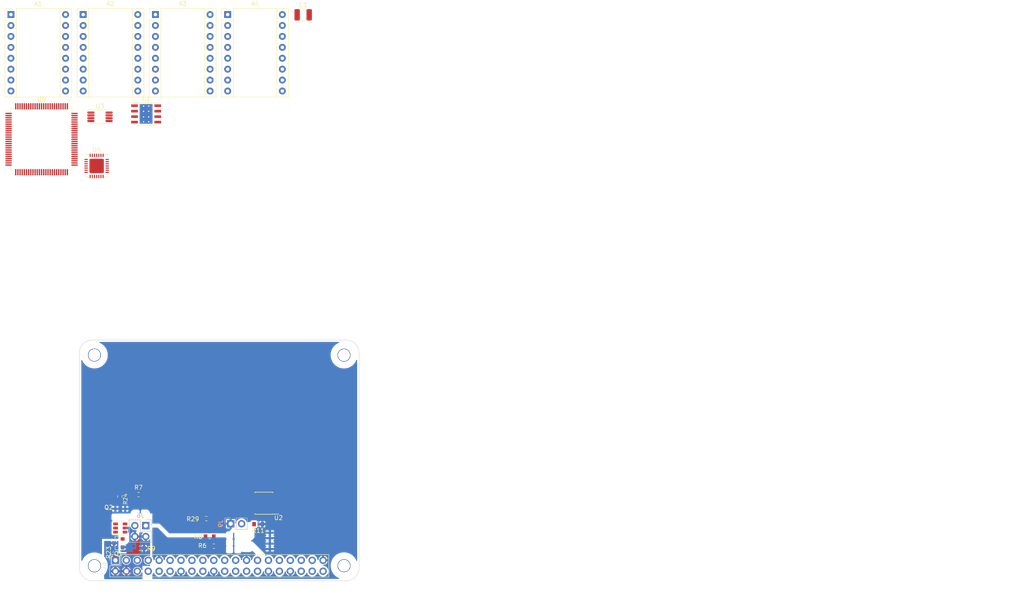
<source format=kicad_pcb>
(kicad_pcb (version 20171130) (host pcbnew "(5.1.5-0-10_14)")
  (layers (0 F.Cu signal) (1 In1.Cu signal) (2 In2.Cu signal) (31 B.Cu signal) (34 B.Paste user) (35 F.Paste user) (36 B.SilkS user hide) (37 F.SilkS user) (38 B.Mask user) (39 F.Mask user) (44 Edge.Cuts user))
  (net 0 "")
  (net 1 GND)
  (net 2 /ID_SD_EEPROM)
  (net 3 /ID_SC_EEPROM)
  (net 4 "Net-(Q1-Pad1)")
  (net 5 "Net-(Q2-Pad1)")
  (net 6 /P3V3_HAT)
  (net 7 /P5V_HAT)
  (net 8 /P3V3)
  (net 9 /P5V)
  (net 10 "Net-(J9-Pad2)")
  (net 11 "Net-(A1-Pad16)")
  (net 12 "Net-(A1-Pad8)")
  (net 13 "Net-(A1-Pad15)")
  (net 14 "Net-(A1-Pad7)")
  (net 15 "Net-(A1-Pad14)")
  (net 16 "Net-(A1-Pad6)")
  (net 17 "Net-(A1-Pad13)")
  (net 18 "Net-(A1-Pad5)")
  (net 19 "Net-(A1-Pad12)")
  (net 20 "Net-(A1-Pad4)")
  (net 21 "Net-(A1-Pad11)")
  (net 22 "Net-(A1-Pad3)")
  (net 23 "Net-(A1-Pad10)")
  (net 24 "Net-(A1-Pad2)")
  (net 25 "Net-(A1-Pad9)")
  (net 26 "Net-(A1-Pad1)")
  (net 27 "Net-(A2-Pad16)")
  (net 28 "Net-(A2-Pad8)")
  (net 29 "Net-(A2-Pad15)")
  (net 30 "Net-(A2-Pad7)")
  (net 31 "Net-(A2-Pad14)")
  (net 32 "Net-(A2-Pad6)")
  (net 33 "Net-(A2-Pad13)")
  (net 34 "Net-(A2-Pad5)")
  (net 35 "Net-(A2-Pad12)")
  (net 36 "Net-(A2-Pad4)")
  (net 37 "Net-(A2-Pad11)")
  (net 38 "Net-(A2-Pad3)")
  (net 39 "Net-(A2-Pad10)")
  (net 40 "Net-(A2-Pad2)")
  (net 41 "Net-(A2-Pad9)")
  (net 42 "Net-(A2-Pad1)")
  (net 43 "Net-(A3-Pad16)")
  (net 44 "Net-(A3-Pad8)")
  (net 45 "Net-(A3-Pad15)")
  (net 46 "Net-(A3-Pad7)")
  (net 47 "Net-(A3-Pad14)")
  (net 48 "Net-(A3-Pad6)")
  (net 49 "Net-(A3-Pad13)")
  (net 50 "Net-(A3-Pad5)")
  (net 51 "Net-(A3-Pad12)")
  (net 52 "Net-(A3-Pad4)")
  (net 53 "Net-(A3-Pad11)")
  (net 54 "Net-(A3-Pad3)")
  (net 55 "Net-(A3-Pad10)")
  (net 56 "Net-(A3-Pad2)")
  (net 57 "Net-(A3-Pad9)")
  (net 58 "Net-(A3-Pad1)")
  (net 59 "Net-(A4-Pad16)")
  (net 60 "Net-(A4-Pad8)")
  (net 61 "Net-(A4-Pad15)")
  (net 62 "Net-(A4-Pad7)")
  (net 63 "Net-(A4-Pad14)")
  (net 64 "Net-(A4-Pad6)")
  (net 65 "Net-(A4-Pad13)")
  (net 66 "Net-(A4-Pad5)")
  (net 67 "Net-(A4-Pad12)")
  (net 68 "Net-(A4-Pad4)")
  (net 69 "Net-(A4-Pad11)")
  (net 70 "Net-(A4-Pad3)")
  (net 71 "Net-(A4-Pad10)")
  (net 72 "Net-(A4-Pad2)")
  (net 73 "Net-(A4-Pad9)")
  (net 74 "Net-(A4-Pad1)")
  (net 75 +5V)
  (net 76 "Net-(J3-Pad3)")
  (net 77 "Net-(J3-Pad5)")
  (net 78 Input_SW1)
  (net 79 Console_TX)
  (net 80 Console_RX)
  (net 81 "Net-(J3-Pad11)")
  (net 82 LED_white)
  (net 83 "Net-(J3-Pad13)")
  (net 84 "Net-(J3-Pad15)")
  (net 85 LED_red)
  (net 86 "Net-(J3-Pad17)")
  (net 87 LED_green)
  (net 88 "Net-(J3-Pad19)")
  (net 89 Input_SW3)
  (net 90 LED_blue)
  (net 91 "Net-(J3-Pad23)")
  (net 92 "Net-(J3-Pad24)")
  (net 93 "Net-(J3-Pad26)")
  (net 94 Input_SW2)
  (net 95 UC_Reset)
  (net 96 Data_to_UC)
  (net 97 Data_from_UC)
  (net 98 "Net-(J3-Pad35)")
  (net 99 "Net-(J3-Pad36)")
  (net 100 "Net-(J3-Pad37)")
  (net 101 "Net-(J3-Pad38)")
  (net 102 "Net-(J3-Pad40)")
  (net 103 "Net-(U1-Pad9)")
  (net 104 "Net-(U1-Pad8)")
  (net 105 "Net-(U1-Pad7)")
  (net 106 "Net-(U1-Pad6)")
  (net 107 "Net-(U1-Pad5)")
  (net 108 "Net-(U1-Pad4)")
  (net 109 "Net-(U1-Pad3)")
  (net 110 "Net-(U1-Pad2)")
  (net 111 "Net-(U1-Pad1)")
  (net 112 "Net-(U3-Pad8)")
  (net 113 "Net-(U3-Pad4)")
  (net 114 "Net-(U3-Pad7)")
  (net 115 "Net-(U3-Pad3)")
  (net 116 "Net-(U3-Pad6)")
  (net 117 "Net-(U3-Pad2)")
  (net 118 "Net-(U3-Pad5)")
  (net 119 "Net-(U3-Pad1)")
  (net 120 "Net-(U4-Pad28)")
  (net 121 "Net-(U4-Pad27)")
  (net 122 "Net-(U4-Pad26)")
  (net 123 "Net-(U4-Pad25)")
  (net 124 "Net-(U4-Pad24)")
  (net 125 "Net-(U4-Pad23)")
  (net 126 "Net-(U4-Pad22)")
  (net 127 "Net-(U4-Pad21)")
  (net 128 "Net-(U4-Pad20)")
  (net 129 "Net-(U4-Pad19)")
  (net 130 "Net-(U4-Pad18)")
  (net 131 "Net-(U4-Pad17)")
  (net 132 "Net-(U4-Pad16)")
  (net 133 "Net-(U4-Pad15)")
  (net 134 "Net-(U4-Pad14)")
  (net 135 "Net-(U4-Pad13)")
  (net 136 "Net-(U4-Pad12)")
  (net 137 "Net-(U4-Pad11)")
  (net 138 "Net-(U4-Pad10)")
  (net 139 "Net-(U4-Pad9)")
  (net 140 "Net-(U4-Pad8)")
  (net 141 "Net-(U4-Pad7)")
  (net 142 "Net-(U4-Pad6)")
  (net 143 "Net-(U4-Pad5)")
  (net 144 "Net-(U4-Pad4)")
  (net 145 "Net-(U4-Pad29)")
  (net 146 "Net-(U4-Pad2)")
  (net 147 "Net-(U4-Pad1)")
  (net 148 "Net-(U5-Pad100)")
  (net 149 "Net-(U5-Pad11)")
  (net 150 "Net-(U5-Pad98)")
  (net 151 "Net-(U5-Pad97)")
  (net 152 "Net-(U5-Pad96)")
  (net 153 "Net-(U5-Pad95)")
  (net 154 "Net-(U5-Pad94)")
  (net 155 "Net-(U5-Pad93)")
  (net 156 "Net-(U5-Pad92)")
  (net 157 "Net-(U5-Pad91)")
  (net 158 "Net-(U5-Pad90)")
  (net 159 "Net-(U5-Pad89)")
  (net 160 "Net-(U5-Pad88)")
  (net 161 "Net-(U5-Pad87)")
  (net 162 "Net-(U5-Pad86)")
  (net 163 "Net-(U5-Pad85)")
  (net 164 "Net-(U5-Pad84)")
  (net 165 "Net-(U5-Pad83)")
  (net 166 "Net-(U5-Pad82)")
  (net 167 "Net-(U5-Pad10)")
  (net 168 "Net-(U5-Pad79)")
  (net 169 "Net-(U5-Pad78)")
  (net 170 "Net-(U5-Pad77)")
  (net 171 "Net-(U5-Pad76)")
  (net 172 "Net-(U5-Pad75)")
  (net 173 "Net-(U5-Pad74)")
  (net 174 "Net-(U5-Pad73)")
  (net 175 "Net-(U5-Pad72)")
  (net 176 "Net-(U5-Pad71)")
  (net 177 "Net-(U5-Pad70)")
  (net 178 "Net-(U5-Pad69)")
  (net 179 "Net-(U5-Pad68)")
  (net 180 "Net-(U5-Pad67)")
  (net 181 "Net-(U5-Pad66)")
  (net 182 "Net-(U5-Pad65)")
  (net 183 "Net-(U5-Pad64)")
  (net 184 "Net-(U5-Pad63)")
  (net 185 "Net-(U5-Pad60)")
  (net 186 "Net-(U5-Pad59)")
  (net 187 "Net-(U5-Pad58)")
  (net 188 "Net-(U5-Pad57)")
  (net 189 "Net-(U5-Pad56)")
  (net 190 "Net-(U5-Pad55)")
  (net 191 "Net-(U5-Pad54)")
  (net 192 "Net-(U5-Pad53)")
  (net 193 "Net-(U5-Pad52)")
  (net 194 "Net-(U5-Pad51)")
  (net 195 "Net-(U5-Pad50)")
  (net 196 "Net-(U5-Pad49)")
  (net 197 "Net-(U5-Pad48)")
  (net 198 "Net-(U5-Pad47)")
  (net 199 "Net-(U5-Pad46)")
  (net 200 "Net-(U5-Pad45)")
  (net 201 "Net-(U5-Pad44)")
  (net 202 "Net-(U5-Pad43)")
  (net 203 "Net-(U5-Pad42)")
  (net 204 "Net-(U5-Pad41)")
  (net 205 "Net-(U5-Pad40)")
  (net 206 "Net-(U5-Pad39)")
  (net 207 "Net-(U5-Pad38)")
  (net 208 "Net-(U5-Pad37)")
  (net 209 "Net-(U5-Pad36)")
  (net 210 "Net-(U5-Pad35)")
  (net 211 "Net-(U5-Pad34)")
  (net 212 "Net-(U5-Pad33)")
  (net 213 "Net-(U5-Pad30)")
  (net 214 "Net-(U5-Pad29)")
  (net 215 "Net-(U5-Pad28)")
  (net 216 "Net-(U5-Pad27)")
  (net 217 "Net-(U5-Pad26)")
  (net 218 "Net-(U5-Pad25)")
  (net 219 "Net-(U5-Pad24)")
  (net 220 "Net-(U5-Pad23)")
  (net 221 "Net-(U5-Pad22)")
  (net 222 "Net-(U5-Pad21)")
  (net 223 "Net-(U5-Pad20)")
  (net 224 "Net-(U5-Pad19)")
  (net 225 "Net-(U5-Pad18)")
  (net 226 "Net-(U5-Pad17)")
  (net 227 "Net-(U5-Pad16)")
  (net 228 "Net-(U5-Pad15)")
  (net 229 "Net-(U5-Pad14)")
  (net 230 "Net-(U5-Pad13)")
  (net 231 "Net-(U5-Pad12)")
  (net 232 "Net-(U5-Pad9)")
  (net 233 "Net-(U5-Pad8)")
  (net 234 "Net-(U5-Pad7)")
  (net 235 "Net-(U5-Pad6)")
  (net 236 "Net-(U5-Pad5)")
  (net 237 "Net-(U5-Pad4)")
  (net 238 "Net-(U5-Pad3)")
  (net 239 "Net-(U5-Pad2)")
  (net 240 "Net-(U5-Pad1)")
  (module Package_SO:MSOP-8_3x3mm_P0.65mm (layer F.Cu) (at 83.3331 42.4994)
    (fp_text reference U3 (at 0 -2.45) (layer F.SilkS))
    (fp_text value DS1339+)
    (pad 8 smd roundrect (at 2.1125 -0.975) (size 1.625 0.5) (layers F.Cu F.Paste F.Mask) (net 112 "Net-(U3-Pad8)"))
    (pad 7 smd roundrect (at 2.1125 -0.325) (size 1.625 0.5) (layers F.Cu F.Paste F.Mask) (net 114 "Net-(U3-Pad7)"))
    (pad 6 smd roundrect (at 2.1125 0.325) (size 1.625 0.5) (layers F.Cu F.Paste F.Mask) (net 116 "Net-(U3-Pad6)"))
    (pad 5 smd roundrect (at 2.1125 0.975) (size 1.625 0.5) (layers F.Cu F.Paste F.Mask) (net 118 "Net-(U3-Pad5)"))
    (pad 4 smd roundrect (at -2.1125 0.975) (size 1.625 0.5) (layers F.Cu F.Paste F.Mask) (net 113 "Net-(U3-Pad4)"))
    (pad 3 smd roundrect (at -2.1125 0.325) (size 1.625 0.5) (layers F.Cu F.Paste F.Mask) (net 115 "Net-(U3-Pad3)"))
    (pad 2 smd roundrect (at -2.1125 -0.325) (size 1.625 0.5) (layers F.Cu F.Paste F.Mask) (net 117 "Net-(U3-Pad2)"))
    (pad 1 smd roundrect (at -2.1125 -0.975) (size 1.625 0.5) (layers F.Cu F.Paste F.Mask) (net 119 "Net-(U3-Pad1)"))
  )
  (module Package_QFP:TQFP-100_14x14mm_P0.5mm (layer F.Cu) (at 69.7564 47.7198)
    (fp_text reference U5 (at 0 -9.35) (layer F.SilkS))
    (fp_text value ATmega2560-16AU)
    (pad 100 smd roundrect (at -6 -7.6625) (size 0.3 1.475) (layers F.Cu F.Paste F.Mask) (net 148 "Net-(U5-Pad100)"))
    (pad 99 smd roundrect (at -5.5 -7.6625) (size 0.3 1.475) (layers F.Cu F.Paste F.Mask) (net 149 "Net-(U5-Pad11)"))
    (pad 98 smd roundrect (at -5 -7.6625) (size 0.3 1.475) (layers F.Cu F.Paste F.Mask) (net 150 "Net-(U5-Pad98)"))
    (pad 97 smd roundrect (at -4.5 -7.6625) (size 0.3 1.475) (layers F.Cu F.Paste F.Mask) (net 151 "Net-(U5-Pad97)"))
    (pad 96 smd roundrect (at -4 -7.6625) (size 0.3 1.475) (layers F.Cu F.Paste F.Mask) (net 152 "Net-(U5-Pad96)"))
    (pad 95 smd roundrect (at -3.5 -7.6625) (size 0.3 1.475) (layers F.Cu F.Paste F.Mask) (net 153 "Net-(U5-Pad95)"))
    (pad 94 smd roundrect (at -3 -7.6625) (size 0.3 1.475) (layers F.Cu F.Paste F.Mask) (net 154 "Net-(U5-Pad94)"))
    (pad 93 smd roundrect (at -2.5 -7.6625) (size 0.3 1.475) (layers F.Cu F.Paste F.Mask) (net 155 "Net-(U5-Pad93)"))
    (pad 92 smd roundrect (at -2 -7.6625) (size 0.3 1.475) (layers F.Cu F.Paste F.Mask) (net 156 "Net-(U5-Pad92)"))
    (pad 91 smd roundrect (at -1.5 -7.6625) (size 0.3 1.475) (layers F.Cu F.Paste F.Mask) (net 157 "Net-(U5-Pad91)"))
    (pad 90 smd roundrect (at -1 -7.6625) (size 0.3 1.475) (layers F.Cu F.Paste F.Mask) (net 158 "Net-(U5-Pad90)"))
    (pad 89 smd roundrect (at -0.5 -7.6625) (size 0.3 1.475) (layers F.Cu F.Paste F.Mask) (net 159 "Net-(U5-Pad89)"))
    (pad 88 smd roundrect (at 0 -7.6625) (size 0.3 1.475) (layers F.Cu F.Paste F.Mask) (net 160 "Net-(U5-Pad88)"))
    (pad 87 smd roundrect (at 0.5 -7.6625) (size 0.3 1.475) (layers F.Cu F.Paste F.Mask) (net 161 "Net-(U5-Pad87)"))
    (pad 86 smd roundrect (at 1 -7.6625) (size 0.3 1.475) (layers F.Cu F.Paste F.Mask) (net 162 "Net-(U5-Pad86)"))
    (pad 85 smd roundrect (at 1.5 -7.6625) (size 0.3 1.475) (layers F.Cu F.Paste F.Mask) (net 163 "Net-(U5-Pad85)"))
    (pad 84 smd roundrect (at 2 -7.6625) (size 0.3 1.475) (layers F.Cu F.Paste F.Mask) (net 164 "Net-(U5-Pad84)"))
    (pad 83 smd roundrect (at 2.5 -7.6625) (size 0.3 1.475) (layers F.Cu F.Paste F.Mask) (net 165 "Net-(U5-Pad83)"))
    (pad 82 smd roundrect (at 3 -7.6625) (size 0.3 1.475) (layers F.Cu F.Paste F.Mask) (net 166 "Net-(U5-Pad82)"))
    (pad 81 smd roundrect (at 3.5 -7.6625) (size 0.3 1.475) (layers F.Cu F.Paste F.Mask) (net 149 "Net-(U5-Pad11)"))
    (pad 80 smd roundrect (at 4 -7.6625) (size 0.3 1.475) (layers F.Cu F.Paste F.Mask) (net 167 "Net-(U5-Pad10)"))
    (pad 79 smd roundrect (at 4.5 -7.6625) (size 0.3 1.475) (layers F.Cu F.Paste F.Mask) (net 168 "Net-(U5-Pad79)"))
    (pad 78 smd roundrect (at 5 -7.6625) (size 0.3 1.475) (layers F.Cu F.Paste F.Mask) (net 169 "Net-(U5-Pad78)"))
    (pad 77 smd roundrect (at 5.5 -7.6625) (size 0.3 1.475) (layers F.Cu F.Paste F.Mask) (net 170 "Net-(U5-Pad77)"))
    (pad 76 smd roundrect (at 6 -7.6625) (size 0.3 1.475) (layers F.Cu F.Paste F.Mask) (net 171 "Net-(U5-Pad76)"))
    (pad 75 smd roundrect (at 7.6625 -6) (size 1.475 0.3) (layers F.Cu F.Paste F.Mask) (net 172 "Net-(U5-Pad75)"))
    (pad 74 smd roundrect (at 7.6625 -5.5) (size 1.475 0.3) (layers F.Cu F.Paste F.Mask) (net 173 "Net-(U5-Pad74)"))
    (pad 73 smd roundrect (at 7.6625 -5) (size 1.475 0.3) (layers F.Cu F.Paste F.Mask) (net 174 "Net-(U5-Pad73)"))
    (pad 72 smd roundrect (at 7.6625 -4.5) (size 1.475 0.3) (layers F.Cu F.Paste F.Mask) (net 175 "Net-(U5-Pad72)"))
    (pad 71 smd roundrect (at 7.6625 -4) (size 1.475 0.3) (layers F.Cu F.Paste F.Mask) (net 176 "Net-(U5-Pad71)"))
    (pad 70 smd roundrect (at 7.6625 -3.5) (size 1.475 0.3) (layers F.Cu F.Paste F.Mask) (net 177 "Net-(U5-Pad70)"))
    (pad 69 smd roundrect (at 7.6625 -3) (size 1.475 0.3) (layers F.Cu F.Paste F.Mask) (net 178 "Net-(U5-Pad69)"))
    (pad 68 smd roundrect (at 7.6625 -2.5) (size 1.475 0.3) (layers F.Cu F.Paste F.Mask) (net 179 "Net-(U5-Pad68)"))
    (pad 67 smd roundrect (at 7.6625 -2) (size 1.475 0.3) (layers F.Cu F.Paste F.Mask) (net 180 "Net-(U5-Pad67)"))
    (pad 66 smd roundrect (at 7.6625 -1.5) (size 1.475 0.3) (layers F.Cu F.Paste F.Mask) (net 181 "Net-(U5-Pad66)"))
    (pad 65 smd roundrect (at 7.6625 -1) (size 1.475 0.3) (layers F.Cu F.Paste F.Mask) (net 182 "Net-(U5-Pad65)"))
    (pad 64 smd roundrect (at 7.6625 -0.5) (size 1.475 0.3) (layers F.Cu F.Paste F.Mask) (net 183 "Net-(U5-Pad64)"))
    (pad 63 smd roundrect (at 7.6625 0) (size 1.475 0.3) (layers F.Cu F.Paste F.Mask) (net 184 "Net-(U5-Pad63)"))
    (pad 62 smd roundrect (at 7.6625 0.5) (size 1.475 0.3) (layers F.Cu F.Paste F.Mask) (net 149 "Net-(U5-Pad11)"))
    (pad 61 smd roundrect (at 7.6625 1) (size 1.475 0.3) (layers F.Cu F.Paste F.Mask) (net 167 "Net-(U5-Pad10)"))
    (pad 60 smd roundrect (at 7.6625 1.5) (size 1.475 0.3) (layers F.Cu F.Paste F.Mask) (net 185 "Net-(U5-Pad60)"))
    (pad 59 smd roundrect (at 7.6625 2) (size 1.475 0.3) (layers F.Cu F.Paste F.Mask) (net 186 "Net-(U5-Pad59)"))
    (pad 58 smd roundrect (at 7.6625 2.5) (size 1.475 0.3) (layers F.Cu F.Paste F.Mask) (net 187 "Net-(U5-Pad58)"))
    (pad 57 smd roundrect (at 7.6625 3) (size 1.475 0.3) (layers F.Cu F.Paste F.Mask) (net 188 "Net-(U5-Pad57)"))
    (pad 56 smd roundrect (at 7.6625 3.5) (size 1.475 0.3) (layers F.Cu F.Paste F.Mask) (net 189 "Net-(U5-Pad56)"))
    (pad 55 smd roundrect (at 7.6625 4) (size 1.475 0.3) (layers F.Cu F.Paste F.Mask) (net 190 "Net-(U5-Pad55)"))
    (pad 54 smd roundrect (at 7.6625 4.5) (size 1.475 0.3) (layers F.Cu F.Paste F.Mask) (net 191 "Net-(U5-Pad54)"))
    (pad 53 smd roundrect (at 7.6625 5) (size 1.475 0.3) (layers F.Cu F.Paste F.Mask) (net 192 "Net-(U5-Pad53)"))
    (pad 52 smd roundrect (at 7.6625 5.5) (size 1.475 0.3) (layers F.Cu F.Paste F.Mask) (net 193 "Net-(U5-Pad52)"))
    (pad 51 smd roundrect (at 7.6625 6) (size 1.475 0.3) (layers F.Cu F.Paste F.Mask) (net 194 "Net-(U5-Pad51)"))
    (pad 50 smd roundrect (at 6 7.6625) (size 0.3 1.475) (layers F.Cu F.Paste F.Mask) (net 195 "Net-(U5-Pad50)"))
    (pad 49 smd roundrect (at 5.5 7.6625) (size 0.3 1.475) (layers F.Cu F.Paste F.Mask) (net 196 "Net-(U5-Pad49)"))
    (pad 48 smd roundrect (at 5 7.6625) (size 0.3 1.475) (layers F.Cu F.Paste F.Mask) (net 197 "Net-(U5-Pad48)"))
    (pad 47 smd roundrect (at 4.5 7.6625) (size 0.3 1.475) (layers F.Cu F.Paste F.Mask) (net 198 "Net-(U5-Pad47)"))
    (pad 46 smd roundrect (at 4 7.6625) (size 0.3 1.475) (layers F.Cu F.Paste F.Mask) (net 199 "Net-(U5-Pad46)"))
    (pad 45 smd roundrect (at 3.5 7.6625) (size 0.3 1.475) (layers F.Cu F.Paste F.Mask) (net 200 "Net-(U5-Pad45)"))
    (pad 44 smd roundrect (at 3 7.6625) (size 0.3 1.475) (layers F.Cu F.Paste F.Mask) (net 201 "Net-(U5-Pad44)"))
    (pad 43 smd roundrect (at 2.5 7.6625) (size 0.3 1.475) (layers F.Cu F.Paste F.Mask) (net 202 "Net-(U5-Pad43)"))
    (pad 42 smd roundrect (at 2 7.6625) (size 0.3 1.475) (layers F.Cu F.Paste F.Mask) (net 203 "Net-(U5-Pad42)"))
    (pad 41 smd roundrect (at 1.5 7.6625) (size 0.3 1.475) (layers F.Cu F.Paste F.Mask) (net 204 "Net-(U5-Pad41)"))
    (pad 40 smd roundrect (at 1 7.6625) (size 0.3 1.475) (layers F.Cu F.Paste F.Mask) (net 205 "Net-(U5-Pad40)"))
    (pad 39 smd roundrect (at 0.5 7.6625) (size 0.3 1.475) (layers F.Cu F.Paste F.Mask) (net 206 "Net-(U5-Pad39)"))
    (pad 38 smd roundrect (at 0 7.6625) (size 0.3 1.475) (layers F.Cu F.Paste F.Mask) (net 207 "Net-(U5-Pad38)"))
    (pad 37 smd roundrect (at -0.5 7.6625) (size 0.3 1.475) (layers F.Cu F.Paste F.Mask) (net 208 "Net-(U5-Pad37)"))
    (pad 36 smd roundrect (at -1 7.6625) (size 0.3 1.475) (layers F.Cu F.Paste F.Mask) (net 209 "Net-(U5-Pad36)"))
    (pad 35 smd roundrect (at -1.5 7.6625) (size 0.3 1.475) (layers F.Cu F.Paste F.Mask) (net 210 "Net-(U5-Pad35)"))
    (pad 34 smd roundrect (at -2 7.6625) (size 0.3 1.475) (layers F.Cu F.Paste F.Mask) (net 211 "Net-(U5-Pad34)"))
    (pad 33 smd roundrect (at -2.5 7.6625) (size 0.3 1.475) (layers F.Cu F.Paste F.Mask) (net 212 "Net-(U5-Pad33)"))
    (pad 32 smd roundrect (at -3 7.6625) (size 0.3 1.475) (layers F.Cu F.Paste F.Mask) (net 149 "Net-(U5-Pad11)"))
    (pad 31 smd roundrect (at -3.5 7.6625) (size 0.3 1.475) (layers F.Cu F.Paste F.Mask) (net 167 "Net-(U5-Pad10)"))
    (pad 30 smd roundrect (at -4 7.6625) (size 0.3 1.475) (layers F.Cu F.Paste F.Mask) (net 213 "Net-(U5-Pad30)"))
    (pad 29 smd roundrect (at -4.5 7.6625) (size 0.3 1.475) (layers F.Cu F.Paste F.Mask) (net 214 "Net-(U5-Pad29)"))
    (pad 28 smd roundrect (at -5 7.6625) (size 0.3 1.475) (layers F.Cu F.Paste F.Mask) (net 215 "Net-(U5-Pad28)"))
    (pad 27 smd roundrect (at -5.5 7.6625) (size 0.3 1.475) (layers F.Cu F.Paste F.Mask) (net 216 "Net-(U5-Pad27)"))
    (pad 26 smd roundrect (at -6 7.6625) (size 0.3 1.475) (layers F.Cu F.Paste F.Mask) (net 217 "Net-(U5-Pad26)"))
    (pad 25 smd roundrect (at -7.6625 6) (size 1.475 0.3) (layers F.Cu F.Paste F.Mask) (net 218 "Net-(U5-Pad25)"))
    (pad 24 smd roundrect (at -7.6625 5.5) (size 1.475 0.3) (layers F.Cu F.Paste F.Mask) (net 219 "Net-(U5-Pad24)"))
    (pad 23 smd roundrect (at -7.6625 5) (size 1.475 0.3) (layers F.Cu F.Paste F.Mask) (net 220 "Net-(U5-Pad23)"))
    (pad 22 smd roundrect (at -7.6625 4.5) (size 1.475 0.3) (layers F.Cu F.Paste F.Mask) (net 221 "Net-(U5-Pad22)"))
    (pad 21 smd roundrect (at -7.6625 4) (size 1.475 0.3) (layers F.Cu F.Paste F.Mask) (net 222 "Net-(U5-Pad21)"))
    (pad 20 smd roundrect (at -7.6625 3.5) (size 1.475 0.3) (layers F.Cu F.Paste F.Mask) (net 223 "Net-(U5-Pad20)"))
    (pad 19 smd roundrect (at -7.6625 3) (size 1.475 0.3) (layers F.Cu F.Paste F.Mask) (net 224 "Net-(U5-Pad19)"))
    (pad 18 smd roundrect (at -7.6625 2.5) (size 1.475 0.3) (layers F.Cu F.Paste F.Mask) (net 225 "Net-(U5-Pad18)"))
    (pad 17 smd roundrect (at -7.6625 2) (size 1.475 0.3) (layers F.Cu F.Paste F.Mask) (net 226 "Net-(U5-Pad17)"))
    (pad 16 smd roundrect (at -7.6625 1.5) (size 1.475 0.3) (layers F.Cu F.Paste F.Mask) (net 227 "Net-(U5-Pad16)"))
    (pad 15 smd roundrect (at -7.6625 1) (size 1.475 0.3) (layers F.Cu F.Paste F.Mask) (net 228 "Net-(U5-Pad15)"))
    (pad 14 smd roundrect (at -7.6625 0.5) (size 1.475 0.3) (layers F.Cu F.Paste F.Mask) (net 229 "Net-(U5-Pad14)"))
    (pad 13 smd roundrect (at -7.6625 0) (size 1.475 0.3) (layers F.Cu F.Paste F.Mask) (net 230 "Net-(U5-Pad13)"))
    (pad 12 smd roundrect (at -7.6625 -0.5) (size 1.475 0.3) (layers F.Cu F.Paste F.Mask) (net 231 "Net-(U5-Pad12)"))
    (pad 11 smd roundrect (at -7.6625 -1) (size 1.475 0.3) (layers F.Cu F.Paste F.Mask) (net 149 "Net-(U5-Pad11)"))
    (pad 10 smd roundrect (at -7.6625 -1.5) (size 1.475 0.3) (layers F.Cu F.Paste F.Mask) (net 167 "Net-(U5-Pad10)"))
    (pad 9 smd roundrect (at -7.6625 -2) (size 1.475 0.3) (layers F.Cu F.Paste F.Mask) (net 232 "Net-(U5-Pad9)"))
    (pad 8 smd roundrect (at -7.6625 -2.5) (size 1.475 0.3) (layers F.Cu F.Paste F.Mask) (net 233 "Net-(U5-Pad8)"))
    (pad 7 smd roundrect (at -7.6625 -3) (size 1.475 0.3) (layers F.Cu F.Paste F.Mask) (net 234 "Net-(U5-Pad7)"))
    (pad 6 smd roundrect (at -7.6625 -3.5) (size 1.475 0.3) (layers F.Cu F.Paste F.Mask) (net 235 "Net-(U5-Pad6)"))
    (pad 5 smd roundrect (at -7.6625 -4) (size 1.475 0.3) (layers F.Cu F.Paste F.Mask) (net 236 "Net-(U5-Pad5)"))
    (pad 4 smd roundrect (at -7.6625 -4.5) (size 1.475 0.3) (layers F.Cu F.Paste F.Mask) (net 237 "Net-(U5-Pad4)"))
    (pad 3 smd roundrect (at -7.6625 -5) (size 1.475 0.3) (layers F.Cu F.Paste F.Mask) (net 238 "Net-(U5-Pad3)"))
    (pad 2 smd roundrect (at -7.6625 -5.5) (size 1.475 0.3) (layers F.Cu F.Paste F.Mask) (net 239 "Net-(U5-Pad2)"))
    (pad 1 smd roundrect (at -7.6625 -6) (size 1.475 0.3) (layers F.Cu F.Paste F.Mask) (net 240 "Net-(U5-Pad1)"))
  )
  (module Package_DFN_QFN:QFN-28-1EP_5x5mm_P0.5mm_EP3.35x3.35mm (layer F.Cu) (at 82.5564 53.9198)
    (fp_text reference U4 (at 0 -3.8) (layer F.SilkS))
    (fp_text value CP2102N-A01-GQFN28)
    (pad 28 smd roundrect (at -1.5 -2.45) (size 0.25 0.8) (layers F.Cu F.Paste F.Mask) (net 120 "Net-(U4-Pad28)"))
    (pad 27 smd roundrect (at -1 -2.45) (size 0.25 0.8) (layers F.Cu F.Paste F.Mask) (net 121 "Net-(U4-Pad27)"))
    (pad 26 smd roundrect (at -0.5 -2.45) (size 0.25 0.8) (layers F.Cu F.Paste F.Mask) (net 122 "Net-(U4-Pad26)"))
    (pad 25 smd roundrect (at 0 -2.45) (size 0.25 0.8) (layers F.Cu F.Paste F.Mask) (net 123 "Net-(U4-Pad25)"))
    (pad 24 smd roundrect (at 0.5 -2.45) (size 0.25 0.8) (layers F.Cu F.Paste F.Mask) (net 124 "Net-(U4-Pad24)"))
    (pad 23 smd roundrect (at 1 -2.45) (size 0.25 0.8) (layers F.Cu F.Paste F.Mask) (net 125 "Net-(U4-Pad23)"))
    (pad 22 smd roundrect (at 1.5 -2.45) (size 0.25 0.8) (layers F.Cu F.Paste F.Mask) (net 126 "Net-(U4-Pad22)"))
    (pad 21 smd roundrect (at 2.45 -1.5) (size 0.8 0.25) (layers F.Cu F.Paste F.Mask) (net 127 "Net-(U4-Pad21)"))
    (pad 20 smd roundrect (at 2.45 -1) (size 0.8 0.25) (layers F.Cu F.Paste F.Mask) (net 128 "Net-(U4-Pad20)"))
    (pad 19 smd roundrect (at 2.45 -0.5) (size 0.8 0.25) (layers F.Cu F.Paste F.Mask) (net 129 "Net-(U4-Pad19)"))
    (pad 18 smd roundrect (at 2.45 0) (size 0.8 0.25) (layers F.Cu F.Paste F.Mask) (net 130 "Net-(U4-Pad18)"))
    (pad 17 smd roundrect (at 2.45 0.5) (size 0.8 0.25) (layers F.Cu F.Paste F.Mask) (net 131 "Net-(U4-Pad17)"))
    (pad 16 smd roundrect (at 2.45 1) (size 0.8 0.25) (layers F.Cu F.Paste F.Mask) (net 132 "Net-(U4-Pad16)"))
    (pad 15 smd roundrect (at 2.45 1.5) (size 0.8 0.25) (layers F.Cu F.Paste F.Mask) (net 133 "Net-(U4-Pad15)"))
    (pad 14 smd roundrect (at 1.5 2.45) (size 0.25 0.8) (layers F.Cu F.Paste F.Mask) (net 134 "Net-(U4-Pad14)"))
    (pad 13 smd roundrect (at 1 2.45) (size 0.25 0.8) (layers F.Cu F.Paste F.Mask) (net 135 "Net-(U4-Pad13)"))
    (pad 12 smd roundrect (at 0.5 2.45) (size 0.25 0.8) (layers F.Cu F.Paste F.Mask) (net 136 "Net-(U4-Pad12)"))
    (pad 11 smd roundrect (at 0 2.45) (size 0.25 0.8) (layers F.Cu F.Paste F.Mask) (net 137 "Net-(U4-Pad11)"))
    (pad 10 smd roundrect (at -0.5 2.45) (size 0.25 0.8) (layers F.Cu F.Paste F.Mask) (net 138 "Net-(U4-Pad10)"))
    (pad 9 smd roundrect (at -1 2.45) (size 0.25 0.8) (layers F.Cu F.Paste F.Mask) (net 139 "Net-(U4-Pad9)"))
    (pad 8 smd roundrect (at -1.5 2.45) (size 0.25 0.8) (layers F.Cu F.Paste F.Mask) (net 140 "Net-(U4-Pad8)"))
    (pad 7 smd roundrect (at -2.45 1.5) (size 0.8 0.25) (layers F.Cu F.Paste F.Mask) (net 141 "Net-(U4-Pad7)"))
    (pad 6 smd roundrect (at -2.45 1) (size 0.8 0.25) (layers F.Cu F.Paste F.Mask) (net 142 "Net-(U4-Pad6)"))
    (pad 5 smd roundrect (at -2.45 0.5) (size 0.8 0.25) (layers F.Cu F.Paste F.Mask) (net 143 "Net-(U4-Pad5)"))
    (pad 4 smd roundrect (at -2.45 0) (size 0.8 0.25) (layers F.Cu F.Paste F.Mask) (net 144 "Net-(U4-Pad4)"))
    (pad 3 smd roundrect (at -2.45 -0.5) (size 0.8 0.25) (layers F.Cu F.Paste F.Mask) (net 145 "Net-(U4-Pad29)"))
    (pad 2 smd roundrect (at -2.45 -1) (size 0.8 0.25) (layers F.Cu F.Paste F.Mask) (net 146 "Net-(U4-Pad2)"))
    (pad 1 smd roundrect (at -2.45 -1.5) (size 0.8 0.25) (layers F.Cu F.Paste F.Mask) (net 147 "Net-(U4-Pad1)"))
    (pad 29 smd roundrect (at 0 0) (size 3.35 3.35) (layers F.Cu F.Mask) (roundrect_rratio 0.074627) (net 145 "Net-(U4-Pad29)"))
  )
  (module Package_SO:TI_SO-PowerPAD-8_ThermalVias (layer F.Cu) (at 94.0564 41.8198)
    (fp_text reference U1 (at 0 -3.5) (layer F.SilkS))
    (fp_text value TPS54360DDA)
    (pad 9 thru_hole circle (at 0.6 1.8) (size 0.6 0.6) (drill 0.3) (layers *.Cu) (net 103 "Net-(U1-Pad9)"))
    (pad 9 thru_hole circle (at 0.6 0.7) (size 0.6 0.6) (drill 0.3) (layers *.Cu) (net 103 "Net-(U1-Pad9)"))
    (pad 9 thru_hole circle (at -0.6 0.7) (size 0.6 0.6) (drill 0.3) (layers *.Cu) (net 103 "Net-(U1-Pad9)"))
    (pad 9 thru_hole circle (at -0.6 1.8) (size 0.6 0.6) (drill 0.3) (layers *.Cu) (net 103 "Net-(U1-Pad9)"))
    (pad 9 thru_hole circle (at 0.6 -1.8) (size 0.6 0.6) (drill 0.3) (layers *.Cu) (net 103 "Net-(U1-Pad9)"))
    (pad 9 thru_hole circle (at 0.6 -0.6) (size 0.6 0.6) (drill 0.3) (layers *.Cu) (net 103 "Net-(U1-Pad9)"))
    (pad 9 thru_hole circle (at -0.6 -0.6) (size 0.6 0.6) (drill 0.3) (layers *.Cu) (net 103 "Net-(U1-Pad9)"))
    (pad 9 thru_hole circle (at -0.6 -1.8) (size 0.6 0.6) (drill 0.3) (layers *.Cu) (net 103 "Net-(U1-Pad9)"))
    (pad 9 smd rect (at 0 0) (size 2.95 4.5) (layers B.Cu) (net 103 "Net-(U1-Pad9)"))
    (pad 8 smd rect (at 2.7 -1.905) (size 1.55 0.6) (layers F.Cu F.Paste F.Mask) (net 104 "Net-(U1-Pad8)"))
    (pad 7 smd rect (at 2.7 -0.635) (size 1.55 0.6) (layers F.Cu F.Paste F.Mask) (net 105 "Net-(U1-Pad7)"))
    (pad 6 smd rect (at 2.7 0.635) (size 1.55 0.6) (layers F.Cu F.Paste F.Mask) (net 106 "Net-(U1-Pad6)"))
    (pad 5 smd rect (at 2.7 1.905) (size 1.55 0.6) (layers F.Cu F.Paste F.Mask) (net 107 "Net-(U1-Pad5)"))
    (pad 4 smd rect (at -2.7 1.905) (size 1.55 0.6) (layers F.Cu F.Paste F.Mask) (net 108 "Net-(U1-Pad4)"))
    (pad 3 smd rect (at -2.7 0.635) (size 1.55 0.6) (layers F.Cu F.Paste F.Mask) (net 109 "Net-(U1-Pad3)"))
    (pad 2 smd rect (at -2.7 -0.635) (size 1.55 0.6) (layers F.Cu F.Paste F.Mask) (net 110 "Net-(U1-Pad2)"))
    (pad 1 smd rect (at -2.7 -1.905) (size 1.55 0.6) (layers F.Cu F.Paste F.Mask) (net 111 "Net-(U1-Pad1)"))
    (pad 9 smd rect (at 0 0) (size 2.95 4.5) (layers F.Cu) (net 103 "Net-(U1-Pad9)"))
    (pad 9 smd rect (at 0 0) (size 2.6 3.1) (layers F.Cu F.Paste F.Mask) (net 103 "Net-(U1-Pad9)"))
  )
  (module Capacitor_SMD:C_1210_3225Metric (layer F.Cu) (at 130.5464 18.7798)
    (fp_text reference C1 (at 0 -2.28) (layer F.SilkS))
    (fp_text value C)
    (pad 2 smd roundrect (at 1.4 0) (size 1.25 2.65) (layers F.Cu F.Paste F.Mask) (roundrect_rratio 0.2) (net 1 GND))
    (pad 1 smd roundrect (at -1.4 0) (size 1.25 2.65) (layers F.Cu F.Paste F.Mask) (roundrect_rratio 0.2) (net 75 +5V))
  )
  (module Module:Pololu_Breakout-16_15.2x20.3mm (layer F.Cu) (at 113.0064 18.7198)
    (fp_text reference A4 (at 6.35 -2.54) (layer F.SilkS))
    (fp_text value Pololu_Breakout_A4988)
    (pad 16 thru_hole oval (at 12.7 0) (size 1.6 1.6) (drill 0.8) (layers *.Cu *.Mask) (net 59 "Net-(A4-Pad16)"))
    (pad 8 thru_hole oval (at 0 17.78) (size 1.6 1.6) (drill 0.8) (layers *.Cu *.Mask) (net 60 "Net-(A4-Pad8)"))
    (pad 15 thru_hole oval (at 12.7 2.54) (size 1.6 1.6) (drill 0.8) (layers *.Cu *.Mask) (net 61 "Net-(A4-Pad15)"))
    (pad 7 thru_hole oval (at 0 15.24) (size 1.6 1.6) (drill 0.8) (layers *.Cu *.Mask) (net 62 "Net-(A4-Pad7)"))
    (pad 14 thru_hole oval (at 12.7 5.08) (size 1.6 1.6) (drill 0.8) (layers *.Cu *.Mask) (net 63 "Net-(A4-Pad14)"))
    (pad 6 thru_hole oval (at 0 12.7) (size 1.6 1.6) (drill 0.8) (layers *.Cu *.Mask) (net 64 "Net-(A4-Pad6)"))
    (pad 13 thru_hole oval (at 12.7 7.62) (size 1.6 1.6) (drill 0.8) (layers *.Cu *.Mask) (net 65 "Net-(A4-Pad13)"))
    (pad 5 thru_hole oval (at 0 10.16) (size 1.6 1.6) (drill 0.8) (layers *.Cu *.Mask) (net 66 "Net-(A4-Pad5)"))
    (pad 12 thru_hole oval (at 12.7 10.16) (size 1.6 1.6) (drill 0.8) (layers *.Cu *.Mask) (net 67 "Net-(A4-Pad12)"))
    (pad 4 thru_hole oval (at 0 7.62) (size 1.6 1.6) (drill 0.8) (layers *.Cu *.Mask) (net 68 "Net-(A4-Pad4)"))
    (pad 11 thru_hole oval (at 12.7 12.7) (size 1.6 1.6) (drill 0.8) (layers *.Cu *.Mask) (net 69 "Net-(A4-Pad11)"))
    (pad 3 thru_hole oval (at 0 5.08) (size 1.6 1.6) (drill 0.8) (layers *.Cu *.Mask) (net 70 "Net-(A4-Pad3)"))
    (pad 10 thru_hole oval (at 12.7 15.24) (size 1.6 1.6) (drill 0.8) (layers *.Cu *.Mask) (net 71 "Net-(A4-Pad10)"))
    (pad 2 thru_hole oval (at 0 2.54) (size 1.6 1.6) (drill 0.8) (layers *.Cu *.Mask) (net 72 "Net-(A4-Pad2)"))
    (pad 9 thru_hole oval (at 12.7 17.78) (size 1.6 1.6) (drill 0.8) (layers *.Cu *.Mask) (net 73 "Net-(A4-Pad9)"))
    (pad 1 thru_hole rect (at 0 0) (size 1.6 1.6) (drill 0.8) (layers *.Cu *.Mask) (net 74 "Net-(A4-Pad1)"))
  )
  (module Module:Pololu_Breakout-16_15.2x20.3mm (layer F.Cu) (at 96.2164 18.7198)
    (fp_text reference A3 (at 6.35 -2.54) (layer F.SilkS))
    (fp_text value Pololu_Breakout_A4988)
    (pad 16 thru_hole oval (at 12.7 0) (size 1.6 1.6) (drill 0.8) (layers *.Cu *.Mask) (net 43 "Net-(A3-Pad16)"))
    (pad 8 thru_hole oval (at 0 17.78) (size 1.6 1.6) (drill 0.8) (layers *.Cu *.Mask) (net 44 "Net-(A3-Pad8)"))
    (pad 15 thru_hole oval (at 12.7 2.54) (size 1.6 1.6) (drill 0.8) (layers *.Cu *.Mask) (net 45 "Net-(A3-Pad15)"))
    (pad 7 thru_hole oval (at 0 15.24) (size 1.6 1.6) (drill 0.8) (layers *.Cu *.Mask) (net 46 "Net-(A3-Pad7)"))
    (pad 14 thru_hole oval (at 12.7 5.08) (size 1.6 1.6) (drill 0.8) (layers *.Cu *.Mask) (net 47 "Net-(A3-Pad14)"))
    (pad 6 thru_hole oval (at 0 12.7) (size 1.6 1.6) (drill 0.8) (layers *.Cu *.Mask) (net 48 "Net-(A3-Pad6)"))
    (pad 13 thru_hole oval (at 12.7 7.62) (size 1.6 1.6) (drill 0.8) (layers *.Cu *.Mask) (net 49 "Net-(A3-Pad13)"))
    (pad 5 thru_hole oval (at 0 10.16) (size 1.6 1.6) (drill 0.8) (layers *.Cu *.Mask) (net 50 "Net-(A3-Pad5)"))
    (pad 12 thru_hole oval (at 12.7 10.16) (size 1.6 1.6) (drill 0.8) (layers *.Cu *.Mask) (net 51 "Net-(A3-Pad12)"))
    (pad 4 thru_hole oval (at 0 7.62) (size 1.6 1.6) (drill 0.8) (layers *.Cu *.Mask) (net 52 "Net-(A3-Pad4)"))
    (pad 11 thru_hole oval (at 12.7 12.7) (size 1.6 1.6) (drill 0.8) (layers *.Cu *.Mask) (net 53 "Net-(A3-Pad11)"))
    (pad 3 thru_hole oval (at 0 5.08) (size 1.6 1.6) (drill 0.8) (layers *.Cu *.Mask) (net 54 "Net-(A3-Pad3)"))
    (pad 10 thru_hole oval (at 12.7 15.24) (size 1.6 1.6) (drill 0.8) (layers *.Cu *.Mask) (net 55 "Net-(A3-Pad10)"))
    (pad 2 thru_hole oval (at 0 2.54) (size 1.6 1.6) (drill 0.8) (layers *.Cu *.Mask) (net 56 "Net-(A3-Pad2)"))
    (pad 9 thru_hole oval (at 12.7 17.78) (size 1.6 1.6) (drill 0.8) (layers *.Cu *.Mask) (net 57 "Net-(A3-Pad9)"))
    (pad 1 thru_hole rect (at 0 0) (size 1.6 1.6) (drill 0.8) (layers *.Cu *.Mask) (net 58 "Net-(A3-Pad1)"))
  )
  (module Module:Pololu_Breakout-16_15.2x20.3mm (layer F.Cu) (at 79.4264 18.7198)
    (fp_text reference A2 (at 6.35 -2.54) (layer F.SilkS))
    (fp_text value Pololu_Breakout_A4988)
    (pad 16 thru_hole oval (at 12.7 0) (size 1.6 1.6) (drill 0.8) (layers *.Cu *.Mask) (net 27 "Net-(A2-Pad16)"))
    (pad 8 thru_hole oval (at 0 17.78) (size 1.6 1.6) (drill 0.8) (layers *.Cu *.Mask) (net 28 "Net-(A2-Pad8)"))
    (pad 15 thru_hole oval (at 12.7 2.54) (size 1.6 1.6) (drill 0.8) (layers *.Cu *.Mask) (net 29 "Net-(A2-Pad15)"))
    (pad 7 thru_hole oval (at 0 15.24) (size 1.6 1.6) (drill 0.8) (layers *.Cu *.Mask) (net 30 "Net-(A2-Pad7)"))
    (pad 14 thru_hole oval (at 12.7 5.08) (size 1.6 1.6) (drill 0.8) (layers *.Cu *.Mask) (net 31 "Net-(A2-Pad14)"))
    (pad 6 thru_hole oval (at 0 12.7) (size 1.6 1.6) (drill 0.8) (layers *.Cu *.Mask) (net 32 "Net-(A2-Pad6)"))
    (pad 13 thru_hole oval (at 12.7 7.62) (size 1.6 1.6) (drill 0.8) (layers *.Cu *.Mask) (net 33 "Net-(A2-Pad13)"))
    (pad 5 thru_hole oval (at 0 10.16) (size 1.6 1.6) (drill 0.8) (layers *.Cu *.Mask) (net 34 "Net-(A2-Pad5)"))
    (pad 12 thru_hole oval (at 12.7 10.16) (size 1.6 1.6) (drill 0.8) (layers *.Cu *.Mask) (net 35 "Net-(A2-Pad12)"))
    (pad 4 thru_hole oval (at 0 7.62) (size 1.6 1.6) (drill 0.8) (layers *.Cu *.Mask) (net 36 "Net-(A2-Pad4)"))
    (pad 11 thru_hole oval (at 12.7 12.7) (size 1.6 1.6) (drill 0.8) (layers *.Cu *.Mask) (net 37 "Net-(A2-Pad11)"))
    (pad 3 thru_hole oval (at 0 5.08) (size 1.6 1.6) (drill 0.8) (layers *.Cu *.Mask) (net 38 "Net-(A2-Pad3)"))
    (pad 10 thru_hole oval (at 12.7 15.24) (size 1.6 1.6) (drill 0.8) (layers *.Cu *.Mask) (net 39 "Net-(A2-Pad10)"))
    (pad 2 thru_hole oval (at 0 2.54) (size 1.6 1.6) (drill 0.8) (layers *.Cu *.Mask) (net 40 "Net-(A2-Pad2)"))
    (pad 9 thru_hole oval (at 12.7 17.78) (size 1.6 1.6) (drill 0.8) (layers *.Cu *.Mask) (net 41 "Net-(A2-Pad9)"))
    (pad 1 thru_hole rect (at 0 0) (size 1.6 1.6) (drill 0.8) (layers *.Cu *.Mask) (net 42 "Net-(A2-Pad1)"))
  )
  (module Module:Pololu_Breakout-16_15.2x20.3mm (layer F.Cu) (at 62.6364 18.7198)
    (fp_text reference A1 (at 6.35 -2.54) (layer F.SilkS))
    (fp_text value Pololu_Breakout_A4988)
    (pad 16 thru_hole oval (at 12.7 0) (size 1.6 1.6) (drill 0.8) (layers *.Cu *.Mask) (net 11 "Net-(A1-Pad16)"))
    (pad 8 thru_hole oval (at 0 17.78) (size 1.6 1.6) (drill 0.8) (layers *.Cu *.Mask) (net 12 "Net-(A1-Pad8)"))
    (pad 15 thru_hole oval (at 12.7 2.54) (size 1.6 1.6) (drill 0.8) (layers *.Cu *.Mask) (net 13 "Net-(A1-Pad15)"))
    (pad 7 thru_hole oval (at 0 15.24) (size 1.6 1.6) (drill 0.8) (layers *.Cu *.Mask) (net 14 "Net-(A1-Pad7)"))
    (pad 14 thru_hole oval (at 12.7 5.08) (size 1.6 1.6) (drill 0.8) (layers *.Cu *.Mask) (net 15 "Net-(A1-Pad14)"))
    (pad 6 thru_hole oval (at 0 12.7) (size 1.6 1.6) (drill 0.8) (layers *.Cu *.Mask) (net 16 "Net-(A1-Pad6)"))
    (pad 13 thru_hole oval (at 12.7 7.62) (size 1.6 1.6) (drill 0.8) (layers *.Cu *.Mask) (net 17 "Net-(A1-Pad13)"))
    (pad 5 thru_hole oval (at 0 10.16) (size 1.6 1.6) (drill 0.8) (layers *.Cu *.Mask) (net 18 "Net-(A1-Pad5)"))
    (pad 12 thru_hole oval (at 12.7 10.16) (size 1.6 1.6) (drill 0.8) (layers *.Cu *.Mask) (net 19 "Net-(A1-Pad12)"))
    (pad 4 thru_hole oval (at 0 7.62) (size 1.6 1.6) (drill 0.8) (layers *.Cu *.Mask) (net 20 "Net-(A1-Pad4)"))
    (pad 11 thru_hole oval (at 12.7 12.7) (size 1.6 1.6) (drill 0.8) (layers *.Cu *.Mask) (net 21 "Net-(A1-Pad11)"))
    (pad 3 thru_hole oval (at 0 5.08) (size 1.6 1.6) (drill 0.8) (layers *.Cu *.Mask) (net 22 "Net-(A1-Pad3)"))
    (pad 10 thru_hole oval (at 12.7 15.24) (size 1.6 1.6) (drill 0.8) (layers *.Cu *.Mask) (net 23 "Net-(A1-Pad10)"))
    (pad 2 thru_hole oval (at 0 2.54) (size 1.6 1.6) (drill 0.8) (layers *.Cu *.Mask) (net 24 "Net-(A1-Pad2)"))
    (pad 9 thru_hole oval (at 12.7 17.78) (size 1.6 1.6) (drill 0.8) (layers *.Cu *.Mask) (net 25 "Net-(A1-Pad9)"))
    (pad 1 thru_hole rect (at 0 0) (size 1.6 1.6) (drill 0.8) (layers *.Cu *.Mask) (net 26 "Net-(A1-Pad1)"))
  )
  (module Connector_PinSocket_2.54mm:PinSocket_2x20_P2.54mm_Vertical (layer F.Cu) (at 86.92 145.6364 90)
    (fp_text reference J3 (at -1.27 -2.77 90) (layer F.SilkS))
    (fp_text value 40HAT)
    (pad 1 thru_hole rect (at 0 0 90) (size 1.7 1.7) (drill 1) (layers *.Cu *.Mask) (net 6 /P3V3_HAT))
    (pad 2 thru_hole oval (at -2.54 0 90) (size 1.7 1.7) (drill 1) (layers *.Cu *.Mask) (net 75 +5V))
    (pad 3 thru_hole oval (at 0 2.54 90) (size 1.7 1.7) (drill 1) (layers *.Cu *.Mask) (net 76 "Net-(J3-Pad3)"))
    (pad 4 thru_hole oval (at -2.54 2.54 90) (size 1.7 1.7) (drill 1) (layers *.Cu *.Mask) (net 75 +5V))
    (pad 5 thru_hole oval (at 0 5.08 90) (size 1.7 1.7) (drill 1) (layers *.Cu *.Mask) (net 77 "Net-(J3-Pad5)"))
    (pad 6 thru_hole oval (at -2.54 5.08 90) (size 1.7 1.7) (drill 1) (layers *.Cu *.Mask) (net 1 GND))
    (pad 7 thru_hole oval (at 0 7.62 90) (size 1.7 1.7) (drill 1) (layers *.Cu *.Mask) (net 78 Input_SW1))
    (pad 8 thru_hole oval (at -2.54 7.62 90) (size 1.7 1.7) (drill 1) (layers *.Cu *.Mask) (net 79 Console_TX))
    (pad 9 thru_hole oval (at 0 10.16 90) (size 1.7 1.7) (drill 1) (layers *.Cu *.Mask) (net 1 GND))
    (pad 10 thru_hole oval (at -2.54 10.16 90) (size 1.7 1.7) (drill 1) (layers *.Cu *.Mask) (net 80 Console_RX))
    (pad 11 thru_hole oval (at 0 12.7 90) (size 1.7 1.7) (drill 1) (layers *.Cu *.Mask) (net 81 "Net-(J3-Pad11)"))
    (pad 12 thru_hole oval (at -2.54 12.7 90) (size 1.7 1.7) (drill 1) (layers *.Cu *.Mask) (net 82 LED_white))
    (pad 13 thru_hole oval (at 0 15.24 90) (size 1.7 1.7) (drill 1) (layers *.Cu *.Mask) (net 83 "Net-(J3-Pad13)"))
    (pad 14 thru_hole oval (at -2.54 15.24 90) (size 1.7 1.7) (drill 1) (layers *.Cu *.Mask) (net 1 GND))
    (pad 15 thru_hole oval (at 0 17.78 90) (size 1.7 1.7) (drill 1) (layers *.Cu *.Mask) (net 84 "Net-(J3-Pad15)"))
    (pad 16 thru_hole oval (at -2.54 17.78 90) (size 1.7 1.7) (drill 1) (layers *.Cu *.Mask) (net 85 LED_red))
    (pad 17 thru_hole oval (at 0 20.32 90) (size 1.7 1.7) (drill 1) (layers *.Cu *.Mask) (net 86 "Net-(J3-Pad17)"))
    (pad 18 thru_hole oval (at -2.54 20.32 90) (size 1.7 1.7) (drill 1) (layers *.Cu *.Mask) (net 87 LED_green))
    (pad 19 thru_hole oval (at 0 22.86 90) (size 1.7 1.7) (drill 1) (layers *.Cu *.Mask) (net 88 "Net-(J3-Pad19)"))
    (pad 20 thru_hole oval (at -2.54 22.86 90) (size 1.7 1.7) (drill 1) (layers *.Cu *.Mask) (net 1 GND))
    (pad 21 thru_hole oval (at 0 25.4 90) (size 1.7 1.7) (drill 1) (layers *.Cu *.Mask) (net 89 Input_SW3))
    (pad 22 thru_hole oval (at -2.54 25.4 90) (size 1.7 1.7) (drill 1) (layers *.Cu *.Mask) (net 90 LED_blue))
    (pad 23 thru_hole oval (at 0 27.94 90) (size 1.7 1.7) (drill 1) (layers *.Cu *.Mask) (net 91 "Net-(J3-Pad23)"))
    (pad 24 thru_hole oval (at -2.54 27.94 90) (size 1.7 1.7) (drill 1) (layers *.Cu *.Mask) (net 92 "Net-(J3-Pad24)"))
    (pad 25 thru_hole oval (at 0 30.48 90) (size 1.7 1.7) (drill 1) (layers *.Cu *.Mask) (net 1 GND))
    (pad 26 thru_hole oval (at -2.54 30.48 90) (size 1.7 1.7) (drill 1) (layers *.Cu *.Mask) (net 93 "Net-(J3-Pad26)"))
    (pad 27 thru_hole oval (at 0 33.02 90) (size 1.7 1.7) (drill 1) (layers *.Cu *.Mask) (net 2 /ID_SD_EEPROM))
    (pad 28 thru_hole oval (at -2.54 33.02 90) (size 1.7 1.7) (drill 1) (layers *.Cu *.Mask) (net 3 /ID_SC_EEPROM))
    (pad 29 thru_hole oval (at 0 35.56 90) (size 1.7 1.7) (drill 1) (layers *.Cu *.Mask) (net 94 Input_SW2))
    (pad 30 thru_hole oval (at -2.54 35.56 90) (size 1.7 1.7) (drill 1) (layers *.Cu *.Mask) (net 1 GND))
    (pad 31 thru_hole oval (at 0 38.1 90) (size 1.7 1.7) (drill 1) (layers *.Cu *.Mask) (net 95 UC_Reset))
    (pad 32 thru_hole oval (at -2.54 38.1 90) (size 1.7 1.7) (drill 1) (layers *.Cu *.Mask) (net 96 Data_to_UC))
    (pad 33 thru_hole oval (at 0 40.64 90) (size 1.7 1.7) (drill 1) (layers *.Cu *.Mask) (net 97 Data_from_UC))
    (pad 34 thru_hole oval (at -2.54 40.64 90) (size 1.7 1.7) (drill 1) (layers *.Cu *.Mask) (net 1 GND))
    (pad 35 thru_hole oval (at 0 43.18 90) (size 1.7 1.7) (drill 1) (layers *.Cu *.Mask) (net 98 "Net-(J3-Pad35)"))
    (pad 36 thru_hole oval (at -2.54 43.18 90) (size 1.7 1.7) (drill 1) (layers *.Cu *.Mask) (net 99 "Net-(J3-Pad36)"))
    (pad 37 thru_hole oval (at 0 45.72 90) (size 1.7 1.7) (drill 1) (layers *.Cu *.Mask) (net 100 "Net-(J3-Pad37)"))
    (pad 38 thru_hole oval (at -2.54 45.72 90) (size 1.7 1.7) (drill 1) (layers *.Cu *.Mask) (net 101 "Net-(J3-Pad38)"))
    (pad 39 thru_hole oval (at 0 48.26 90) (size 1.7 1.7) (drill 1) (layers *.Cu *.Mask) (net 1 GND))
    (pad 40 thru_hole oval (at -2.54 48.26 90) (size 1.7 1.7) (drill 1) (layers *.Cu *.Mask) (net 102 "Net-(J3-Pad40)"))
  )
  (module Package_SOIC:SOIC-8_3.9x4.9mm_P1.27mm (layer F.Cu) (at 121.412 132.3594 180)
    (fp_text reference U2 (at -3.4 -3.4 180) (layer F.SilkS))
    (fp_text value CAT24C32)
    (pad 1 smd rect (at -2.7 -1.905 180) (size 1.55 0.6) (layers F.Cu F.Paste F.Mask) (net 1 GND))
    (pad 2 smd rect (at -2.7 -0.635 180) (size 1.55 0.6) (layers F.Cu F.Paste F.Mask) (net 1 GND))
    (pad 3 smd rect (at -2.7 0.635 180) (size 1.55 0.6) (layers F.Cu F.Paste F.Mask) (net 1 GND))
    (pad 4 smd rect (at -2.7 1.905 180) (size 1.55 0.6) (layers F.Cu F.Paste F.Mask) (net 1 GND))
    (pad 5 smd rect (at 2.7 1.905 180) (size 1.55 0.6) (layers F.Cu F.Paste F.Mask) (net 2 /ID_SD_EEPROM))
    (pad 6 smd rect (at 2.7 0.635 180) (size 1.55 0.6) (layers F.Cu F.Paste F.Mask) (net 3 /ID_SC_EEPROM))
    (pad 7 smd rect (at 2.7 -0.635 180) (size 1.55 0.6) (layers F.Cu F.Paste F.Mask) (net 10 "Net-(J9-Pad2)"))
    (pad 8 smd rect (at 2.7 -1.905 180) (size 1.55 0.6) (layers F.Cu F.Paste F.Mask) (net 8 /P3V3))
  )
  (module Resistor_SMD:R_0603_1608Metric_Pad0.84x1.00mm_HandSolder (layer F.Cu) (at 108.8136 140.1064)
    (fp_text reference R8 (at -2.65 0.05) (layer F.SilkS))
    (fp_text value 3.9K)
    (pad 2 smd rect (at 0.9625 0) (size 0.845 1) (layers F.Cu F.Paste F.Mask) (net 3 /ID_SC_EEPROM))
    (pad 1 smd rect (at -0.9625 0) (size 0.845 1) (layers F.Cu F.Paste F.Mask) (net 8 /P3V3))
  )
  (module Connector_PinHeader_2.54mm:PinHeader_2x02_P2.54mm_Vertical (layer B.Cu) (at 93.98 137.5664 180)
    (fp_text reference J6 (at 1.27 2.33 180) (layer B.SilkS) (effects (justify mirror)))
    (fp_text value CONN_02X02)
    (pad 4 thru_hole oval (at 2.54 -2.54 180) (size 1.7 1.7) (drill 1) (layers *.Cu *.Mask) (net 7 /P5V_HAT))
    (pad 3 thru_hole oval (at 0 -2.54 180) (size 1.7 1.7) (drill 1) (layers *.Cu *.Mask) (net 9 /P5V))
    (pad 2 thru_hole oval (at 2.54 0 180) (size 1.7 1.7) (drill 1) (layers *.Cu *.Mask) (net 6 /P3V3_HAT))
    (pad 1 thru_hole rect (at 0 0 180) (size 1.7 1.7) (drill 1) (layers *.Cu *.Mask) (net 8 /P3V3))
  )
  (module Connector_PinHeader_2.54mm:PinHeader_1x02_P2.54mm_Vertical (layer B.Cu) (at 113.7 137.1264 270)
    (fp_text reference J9 (at 0 2.33 270) (layer B.SilkS) (effects (justify mirror)))
    (fp_text value CONN_01X02)
    (pad 1 thru_hole rect (at 0 0 270) (size 1.7 1.7) (drill 1) (layers *.Cu *.Mask) (net 1 GND))
    (pad 2 thru_hole oval (at 0 -2.54 270) (size 1.7 1.7) (drill 1) (layers *.Cu *.Mask) (net 10 "Net-(J9-Pad2)"))
  )
  (module Package_TO_SOT_SMD:SOT-23 (layer F.Cu) (at 87.6 141.6264 180)
    (fp_text reference Q1 (at 0 -2.5 180) (layer F.SilkS))
    (fp_text value DMG2305UX)
    (pad 1 smd rect (at -1 -0.95 180) (size 0.9 0.8) (layers F.Cu F.Paste F.Mask) (net 4 "Net-(Q1-Pad1)"))
    (pad 2 smd rect (at -1 0.95 180) (size 0.9 0.8) (layers F.Cu F.Paste F.Mask) (net 7 /P5V_HAT))
    (pad 3 smd rect (at 1 0 180) (size 0.9 0.8) (layers F.Cu F.Paste F.Mask) (net 9 /P5V))
  )
  (module Package_TO_SOT_SMD:SOT-23-6 (layer F.Cu) (at 88.05 138.1264)
    (fp_text reference Q2 (at -2.706 -4.774) (layer F.SilkS))
    (fp_text value DMMT5401)
    (pad 1 smd rect (at -1.1 -0.95) (size 1.06 0.65) (layers F.Cu F.Paste F.Mask) (net 5 "Net-(Q2-Pad1)"))
    (pad 2 smd rect (at -1.1 0) (size 1.06 0.65) (layers F.Cu F.Paste F.Mask) (net 5 "Net-(Q2-Pad1)"))
    (pad 3 smd rect (at -1.1 0.95) (size 1.06 0.65) (layers F.Cu F.Paste F.Mask) (net 5 "Net-(Q2-Pad1)"))
    (pad 4 smd rect (at 1.1 0.95) (size 1.06 0.65) (layers F.Cu F.Paste F.Mask) (net 4 "Net-(Q1-Pad1)"))
    (pad 6 smd rect (at 1.1 -0.95) (size 1.06 0.65) (layers F.Cu F.Paste F.Mask) (net 9 /P5V))
    (pad 5 smd rect (at 1.1 0) (size 1.06 0.65) (layers F.Cu F.Paste F.Mask) (net 7 /P5V_HAT))
  )
  (module Resistor_SMD:R_0603_1608Metric_Pad0.84x1.00mm_HandSolder (layer F.Cu) (at 108.0516 135.9408)
    (fp_text reference R29 (at -3.15 0.1) (layer F.SilkS))
    (fp_text value 10K)
    (pad 1 smd rect (at -0.9625 0) (size 0.845 1) (layers F.Cu F.Paste F.Mask) (net 8 /P3V3))
    (pad 2 smd rect (at 0.9625 0) (size 0.845 1) (layers F.Cu F.Paste F.Mask) (net 10 "Net-(J9-Pad2)"))
  )
  (module Resistor_SMD:R_0603_1608Metric_Pad0.84x1.00mm_HandSolder (layer F.Cu) (at 87.9348 130.7846 270)
    (fp_text reference R24 (at 0.616 -1.3 270) (layer F.SilkS) (effects (font (size 0.9 0.9) (thickness 0.13))))
    (fp_text value 47K)
    (pad 2 smd rect (at 0.9625 0 270) (size 0.845 1) (layers F.Cu F.Paste F.Mask) (net 1 GND))
    (pad 1 smd rect (at -0.9625 0 270) (size 0.845 1) (layers F.Cu F.Paste F.Mask) (net 4 "Net-(Q1-Pad1)"))
  )
  (module Resistor_SMD:R_0603_1608Metric_Pad0.84x1.00mm_HandSolder (layer F.Cu) (at 86.9 143.7068 270)
    (fp_text reference R23 (at 0.108 1.556 90) (layer F.SilkS))
    (fp_text value 10K)
    (pad 1 smd rect (at -0.9625 0 270) (size 0.845 1) (layers F.Cu F.Paste F.Mask) (net 5 "Net-(Q2-Pad1)"))
    (pad 2 smd rect (at 0.9625 0 270) (size 0.845 1) (layers F.Cu F.Paste F.Mask) (net 1 GND))
  )
  (module Resistor_SMD:R_0603_1608Metric_Pad0.84x1.00mm_HandSolder (layer F.Cu) (at 120.1 137.2264)
    (fp_text reference R11 (at 0 1.5) (layer F.SilkS))
    (fp_text value DNP)
    (pad 2 smd rect (at 0.9625 0) (size 0.845 1) (layers F.Cu F.Paste F.Mask) (net 1 GND))
    (pad 1 smd rect (at -0.9625 0) (size 0.845 1) (layers F.Cu F.Paste F.Mask) (net 10 "Net-(J9-Pad2)"))
  )
  (module Resistor_SMD:R_0603_1608Metric_Pad0.84x1.00mm_HandSolder (layer F.Cu) (at 109.7788 142.3416)
    (fp_text reference R6 (at -2.65 -0.1) (layer F.SilkS))
    (fp_text value 3.9K)
    (pad 1 smd rect (at -0.9625 0) (size 0.845 1) (layers F.Cu F.Paste F.Mask) (net 8 /P3V3))
    (pad 2 smd rect (at 0.9625 0) (size 0.845 1) (layers F.Cu F.Paste F.Mask) (net 2 /ID_SD_EEPROM))
  )
  (module Resistor_SMD:R_0603_1608Metric_Pad0.84x1.00mm_HandSolder (layer F.Cu) (at 92.2782 130.3528)
    (fp_text reference R7 (at 0 -1.65) (layer F.SilkS))
    (fp_text value DNP)
    (pad 2 smd rect (at 0.9625 0) (size 0.845 1) (layers F.Cu F.Paste F.Mask) (net 8 /P3V3))
    (pad 1 smd rect (at -0.9625 0) (size 0.845 1) (layers F.Cu F.Paste F.Mask) (net 6 /P3V3_HAT))
  )
  (module Resistor_SMD:R_0603_1608Metric_Pad0.84x1.00mm_HandSolder (layer F.Cu) (at 92.6 142.8264)
    (fp_text reference R9 (at 2.65 0.1) (layer F.SilkS))
    (fp_text value DNP)
    (pad 1 smd rect (at -0.9625 0) (size 0.845 1) (layers F.Cu F.Paste F.Mask) (net 7 /P5V_HAT))
    (pad 2 smd rect (at 0.9625 0) (size 0.845 1) (layers F.Cu F.Paste F.Mask) (net 9 /P5V))
  )
  (module project_footprints:NPTH_3mm_ID (layer B.Cu) (at 82.04 146.9164)
    (fp_text reference H1 (at 0.06 -0.09) (layer B.SilkS) (effects (justify mirror)))
    (fp_text value 3mm_Mounting_Hole hide)
    (pad "" np_thru_hole circle (at 0 0) (size 3 3) (drill 2.75) (layers *.Cu *.Mask) (clearance 1.6))
  )
  (module project_footprints:NPTH_3mm_ID (layer B.Cu) (at 140.04 146.8964)
    (fp_text reference H2 (at 0.06 -0.09) (layer B.SilkS) (effects (justify mirror)))
    (fp_text value 3mm_Mounting_Hole hide)
    (pad "" np_thru_hole circle (at 0 0) (size 3 3) (drill 2.75) (layers *.Cu *.Mask) (clearance 1.6))
  )
  (module project_footprints:NPTH_3mm_ID (layer B.Cu) (at 82.04 97.9064)
    (fp_text reference H3 (at 0.06 -0.09) (layer B.SilkS) (effects (justify mirror)))
    (fp_text value 3mm_Mounting_Hole hide)
    (pad "" np_thru_hole circle (at 0 0) (size 3 3) (drill 2.75) (layers *.Cu *.Mask) (clearance 1.6))
  )
  (module project_footprints:NPTH_3mm_ID (layer B.Cu) (at 140.03 97.9164)
    (fp_text reference H4 (at 0.06 -0.09) (layer B.SilkS) (effects (justify mirror)))
    (fp_text value 3mm_Mounting_Hole hide)
    (pad "" np_thru_hole circle (at 0 0) (size 3 3) (drill 2.75) (layers *.Cu *.Mask) (clearance 1.6))
  )
  (gr_line (start 78.546356 147.408789) (end 78.546356 97.408789) (layer Edge.Cuts) (width 0.1))
  (gr_arc (start 81.546356 147.408789) (end 81.546356 150.408789) (angle 90) (layer Edge.Cuts) (width 0.1))
  (gr_line (start 140.546356 150.408789) (end 81.546356 150.408789) (layer Edge.Cuts) (width 0.1))
  (gr_arc (start 140.546356 147.408789) (end 143.546356 147.408789) (angle 90) (layer Edge.Cuts) (width 0.1))
  (gr_line (start 143.546356 97.408789) (end 143.546356 147.408789) (layer Edge.Cuts) (width 0.1))
  (gr_arc (start 81.546356 97.408789) (end 78.546356 97.408789) (angle 90) (layer Edge.Cuts) (width 0.1))
  (gr_line (start 81.546356 94.408789) (end 140.546356 94.408789) (layer Edge.Cuts) (width 0.1))
  (gr_arc (start 140.546356 97.408789) (end 140.546356 94.408789) (angle 89.9) (layer Edge.Cuts) (width 0.1))
  (segment (start 119.94 145.1664) (end 119.94 145.6364) (width 0.25) (layer F.Cu) (net 2))
  (segment (start 119.94 148.1764) (end 119.85 148.1764) (width 0.15) (layer B.Cu) (net 3))
  (segment (start 91.35 137.4764) (end 91.44 137.5664) (width 0.25) (layer B.Cu) (net 6))
  (segment (start 94.05 137.4964) (end 93.98 137.5664) (width 0.15) (layer B.Cu) (net 8))
  (segment (start 89.15 139.0764) (end 89.35 139.0764) (width 0.25) (layer B.Cu) (net 9))
  (segment (start 93.98 142.7964) (end 93.95 142.8264) (width 0.25) (layer B.Cu) (net 9))
  (segment (start 116.64 137.2264) (end 116.24 136.8264) (width 0.15) (layer B.Cu) (net 10))
  (zone (net 1) (net_name GND) (layer B.Cu) (connect_pads (clearance 0.4)) (min_thickness 0.2) (fill yes (arc_segments 16) (thermal_gap 0.25) (thermal_bridge_width 0.508))
    (polygon (pts (xy 144.1 77.8464) (xy 77.6 77.8464) (xy 77.6 152.1464) (xy 144.1 152.1464)))
    (polygon (pts (xy 83.8 150.8464) (xy 83.8 140.6464) (xy 87.6 140.6464) (xy 87.6 134.7464) (xy 95.5 134.7464) (xy 95.5 140.6464) (xy 95.5 143.9464) (xy 95.5 150.8464)))
  )
  (zone (net 7) (net_name /P5V_HAT) (layer F.Cu) (connect_pads (clearance 0.2)) (min_thickness 0.2) (fill yes (arc_segments 16) (thermal_gap 0.25) (thermal_bridge_width 0.508))
    (polygon (pts (xy 93 139.5264) (xy 91.2 139.5264) (xy 90.5 141.7264) (xy 89.5 142.3264) (xy 89.5 146.7264) (xy 85.3 146.7264) (xy 85.3 149.7264) (xy 93 149.7264)))
  )
  (zone (net 9) (net_name /P5V) (layer B.Cu) (connect_pads (clearance 0.2)) (min_thickness 0.2) (fill yes (arc_segments 16) (thermal_gap 0.25) (thermal_bridge_width 0.508))
    (polygon (pts (xy 93.2 146.9264) (xy 95 146.9264) (xy 95 139.1264) (xy 92.5 139.1264) (xy 92.5 144.0264) (xy 87.6 144.0264) (xy 87.6 141.1264) (xy 84.3 141.1264) (xy 84.3 150.0264) (xy 93.2 150.0264)))
  )
  (zone (net 7) (net_name /P5V_HAT) (layer B.Cu) (connect_pads (clearance 0.2)) (min_thickness 0.2) (fill yes (arc_segments 16) (thermal_gap 0.25) (thermal_bridge_width 0.508))
    (polygon (pts (xy 91.8 138.5264) (xy 90.5 137.8264) (xy 89.6 137.8264) (xy 89.5 137.7264) (xy 88 143.7264) (xy 91.8 143.7264)))
  )
)
</source>
